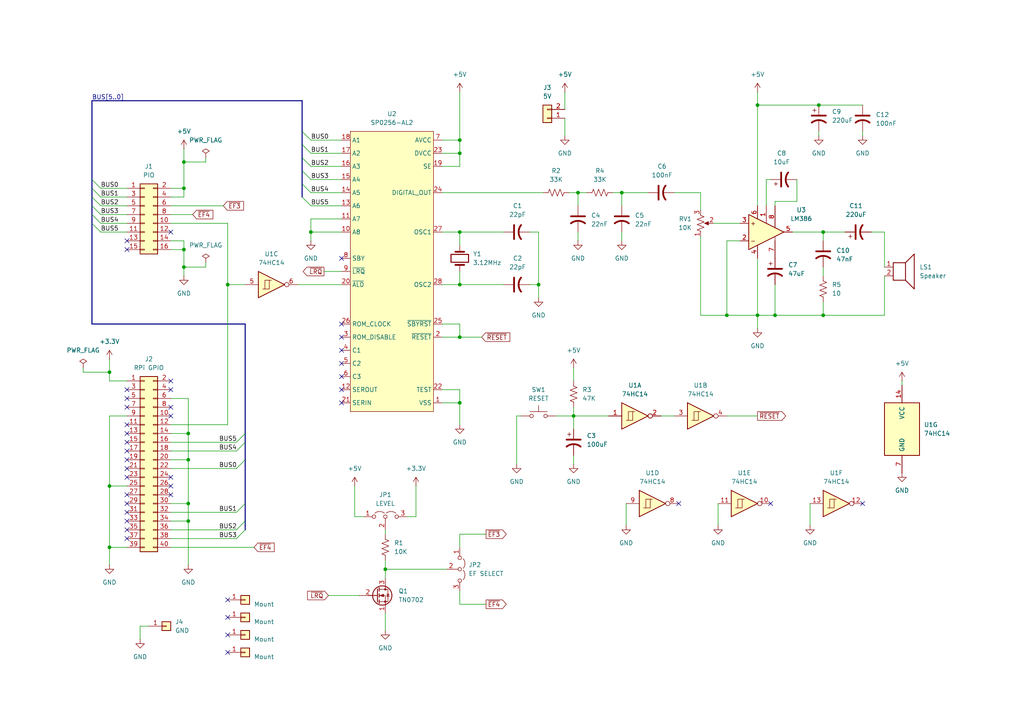
<source format=kicad_sch>
(kicad_sch (version 20250114) (generator "eeschema") (generator_version "9.0")
  (paper "A4")
  (title_block (title "Mini Talker") (date "8/2/2025") (rev "0"))
  (lib_symbols
    (symbol "+5V_1" (power) (pin_numbers (hide yes)) (pin_names (offset 0) (hide yes))
      (property "Value" "+5V" (at 0 3.556 0))
      (symbol "+5V_1_1_1"
        (pin power_in line (at 0 0 90) (length 0) (name "~") (number "1"))
      )
    )
    (symbol "74xx:74HC14" (pin_names (offset 1.016))
      (property "Reference" "U" (at 0 1.27 0))
      (property "Value" "74HC14" (at 0 -1.27 0))
      (symbol "74HC14_1_0"
        (pin input line (at -7.62 0 0) (length 3.81) (name "~") (number "1"))
        (pin output inverted (at 7.62 0 180) (length 3.81) (name "~") (number "2"))
      )
      (symbol "74HC14_2_0"
        (pin input line (at -7.62 0 0) (length 3.81) (name "~") (number "3"))
        (pin output inverted (at 7.62 0 180) (length 3.81) (name "~") (number "4"))
      )
      (symbol "74HC14_3_0"
        (pin input line (at -7.62 0 0) (length 3.81) (name "~") (number "5"))
        (pin output inverted (at 7.62 0 180) (length 3.81) (name "~") (number "6"))
      )
      (symbol "74HC14_4_0"
        (pin input line (at -7.62 0 0) (length 3.81) (name "~") (number "9"))
        (pin output inverted (at 7.62 0 180) (length 3.81) (name "~") (number "8"))
      )
      (symbol "74HC14_5_0"
        (pin input line (at -7.62 0 0) (length 3.81) (name "~") (number "11"))
        (pin output inverted (at 7.62 0 180) (length 3.81) (name "~") (number "10"))
      )
      (symbol "74HC14_6_0"
        (pin input line (at -7.62 0 0) (length 3.81) (name "~") (number "13"))
        (pin output inverted (at 7.62 0 180) (length 3.81) (name "~") (number "12"))
      )
      (symbol "74HC14_7_0"
        (pin power_in line (at 0 12.7 270) (length 5.08) (name "VCC") (number "14"))
        (pin power_in line (at 0 -12.7 90) (length 5.08) (name "GND") (number "7"))
      )
    )
    (symbol "Connector_Generic:Conn_01x01" (pin_names (offset 1.016) (hide yes))
      (property "Reference" "J" (at 0 2.54 0))
      (property "Value" "Conn_01x01" (at 0 -2.54 0))
      (symbol "Conn_01x01_1_1"
        (pin passive line (at -5.08 0 0) (length 3.81) (name "Pin_1") (number "1"))
      )
    )
    (symbol "Connector_Generic:Conn_01x02" (pin_names (offset 1.016) (hide yes))
      (property "Reference" "J" (at 0 2.54 0))
      (property "Value" "Conn_01x02" (at 0 -5.08 0))
      (symbol "Conn_01x02_1_1"
        (pin passive line (at -5.08 0 0) (length 3.81) (name "Pin_1") (number "1"))
        (pin passive line (at -5.08 -2.54 0) (length 3.81) (name "Pin_2") (number "2"))
      )
    )
    (symbol "Connector_Generic:Conn_02x08_Odd_Even" (pin_names (offset 1.016) (hide yes))
      (property "Reference" "J" (at 1.27 10.16 0))
      (property "Value" "Conn_02x08_Odd_Even" (at 1.27 -12.7 0))
      (symbol "Conn_02x08_Odd_Even_1_1"
        (pin passive line (at -5.08 7.62 0) (length 3.81) (name "Pin_1") (number "1"))
        (pin passive line (at -5.08 5.08 0) (length 3.81) (name "Pin_3") (number "3"))
        (pin passive line (at -5.08 2.54 0) (length 3.81) (name "Pin_5") (number "5"))
        (pin passive line (at -5.08 0 0) (length 3.81) (name "Pin_7") (number "7"))
        (pin passive line (at -5.08 -2.54 0) (length 3.81) (name "Pin_9") (number "9"))
        (pin passive line (at -5.08 -5.08 0) (length 3.81) (name "Pin_11") (number "11"))
        (pin passive line (at -5.08 -7.62 0) (length 3.81) (name "Pin_13") (number "13"))
        (pin passive line (at -5.08 -10.16 0) (length 3.81) (name "Pin_15") (number "15"))
        (pin passive line (at 7.62 7.62 180) (length 3.81) (name "Pin_2") (number "2"))
        (pin passive line (at 7.62 5.08 180) (length 3.81) (name "Pin_4") (number "4"))
        (pin passive line (at 7.62 2.54 180) (length 3.81) (name "Pin_6") (number "6"))
        (pin passive line (at 7.62 0 180) (length 3.81) (name "Pin_8") (number "8"))
        (pin passive line (at 7.62 -2.54 180) (length 3.81) (name "Pin_10") (number "10"))
        (pin passive line (at 7.62 -5.08 180) (length 3.81) (name "Pin_12") (number "12"))
        (pin passive line (at 7.62 -7.62 180) (length 3.81) (name "Pin_14") (number "14"))
        (pin passive line (at 7.62 -10.16 180) (length 3.81) (name "Pin_16") (number "16"))
      )
    )
    (symbol "Connector_Generic:Conn_02x20_Odd_Even" (pin_names (offset 1.016) (hide yes))
      (property "Reference" "J" (at 1.27 25.4 0))
      (property "Value" "Conn_02x20_Odd_Even" (at 1.27 -27.94 0))
      (symbol "Conn_02x20_Odd_Even_1_1"
        (pin passive line (at -5.08 22.86 0) (length 3.81) (name "Pin_1") (number "1"))
        (pin passive line (at -5.08 20.32 0) (length 3.81) (name "Pin_3") (number "3"))
        (pin passive line (at -5.08 17.78 0) (length 3.81) (name "Pin_5") (number "5"))
        (pin passive line (at -5.08 15.24 0) (length 3.81) (name "Pin_7") (number "7"))
        (pin passive line (at -5.08 12.7 0) (length 3.81) (name "Pin_9") (number "9"))
        (pin passive line (at -5.08 10.16 0) (length 3.81) (name "Pin_11") (number "11"))
        (pin passive line (at -5.08 7.62 0) (length 3.81) (name "Pin_13") (number "13"))
        (pin passive line (at -5.08 5.08 0) (length 3.81) (name "Pin_15") (number "15"))
        (pin passive line (at -5.08 2.54 0) (length 3.81) (name "Pin_17") (number "17"))
        (pin passive line (at -5.08 0 0) (length 3.81) (name "Pin_19") (number "19"))
        (pin passive line (at -5.08 -2.54 0) (length 3.81) (name "Pin_21") (number "21"))
        (pin passive line (at -5.08 -5.08 0) (length 3.81) (name "Pin_23") (number "23"))
        (pin passive line (at -5.08 -7.62 0) (length 3.81) (name "Pin_25") (number "25"))
        (pin passive line (at -5.08 -10.16 0) (length 3.81) (name "Pin_27") (number "27"))
        (pin passive line (at -5.08 -12.7 0) (length 3.81) (name "Pin_29") (number "29"))
        (pin passive line (at -5.08 -15.24 0) (length 3.81) (name "Pin_31") (number "31"))
        (pin passive line (at -5.08 -17.78 0) (length 3.81) (name "Pin_33") (number "33"))
        (pin passive line (at -5.08 -20.32 0) (length 3.81) (name "Pin_35") (number "35"))
        (pin passive line (at -5.08 -22.86 0) (length 3.81) (name "Pin_37") (number "37"))
        (pin passive line (at -5.08 -25.4 0) (length 3.81) (name "Pin_39") (number "39"))
        (pin passive line (at 7.62 22.86 180) (length 3.81) (name "Pin_2") (number "2"))
        (pin passive line (at 7.62 20.32 180) (length 3.81) (name "Pin_4") (number "4"))
        (pin passive line (at 7.62 17.78 180) (length 3.81) (name "Pin_6") (number "6"))
        (pin passive line (at 7.62 15.24 180) (length 3.81) (name "Pin_8") (number "8"))
        (pin passive line (at 7.62 12.7 180) (length 3.81) (name "Pin_10") (number "10"))
        (pin passive line (at 7.62 10.16 180) (length 3.81) (name "Pin_12") (number "12"))
        (pin passive line (at 7.62 7.62 180) (length 3.81) (name "Pin_14") (number "14"))
        (pin passive line (at 7.62 5.08 180) (length 3.81) (name "Pin_16") (number "16"))
        (pin passive line (at 7.62 2.54 180) (length 3.81) (name "Pin_18") (number "18"))
        (pin passive line (at 7.62 0 180) (length 3.81) (name "Pin_20") (number "20"))
        (pin passive line (at 7.62 -2.54 180) (length 3.81) (name "Pin_22") (number "22"))
        (pin passive line (at 7.62 -5.08 180) (length 3.81) (name "Pin_24") (number "24"))
        (pin passive line (at 7.62 -7.62 180) (length 3.81) (name "Pin_26") (number "26"))
        (pin passive line (at 7.62 -10.16 180) (length 3.81) (name "Pin_28") (number "28"))
        (pin passive line (at 7.62 -12.7 180) (length 3.81) (name "Pin_30") (number "30"))
        (pin passive line (at 7.62 -15.24 180) (length 3.81) (name "Pin_32") (number "32"))
        (pin passive line (at 7.62 -17.78 180) (length 3.81) (name "Pin_34") (number "34"))
        (pin passive line (at 7.62 -20.32 180) (length 3.81) (name "Pin_36") (number "36"))
        (pin passive line (at 7.62 -22.86 180) (length 3.81) (name "Pin_38") (number "38"))
        (pin passive line (at 7.62 -25.4 180) (length 3.81) (name "Pin_40") (number "40"))
      )
    )
    (symbol "Device:C_Polarized_US" (pin_numbers (hide yes)) (pin_names (offset 0.254) (hide yes))
      (property "Reference" "C" (at 0.635 2.54 0))
      (property "Value" "C_Polarized_US" (at 0.635 -2.54 0))
      (symbol "C_Polarized_US_1_1"
        (pin passive line (at 0 3.81 270) (length 2.794) (name "~") (number "1"))
        (pin passive line (at 0 -3.81 90) (length 3.302) (name "~") (number "2"))
      )
    )
    (symbol "Device:C_US" (pin_numbers (hide yes)) (pin_names (offset 0.254) (hide yes))
      (property "Reference" "C" (at 0.635 2.54 0))
      (property "Value" "C_US" (at 0.635 -2.54 0))
      (symbol "C_US_1_1"
        (pin passive line (at 0 3.81 270) (length 2.794) (name "~") (number "1"))
        (pin passive line (at 0 -3.81 90) (length 3.302) (name "~") (number "2"))
      )
    )
    (symbol "Device:Crystal" (pin_numbers (hide yes)) (pin_names (offset 1.016) (hide yes))
      (property "Reference" "Y" (at 0 3.81 0))
      (property "Value" "Crystal" (at 0 -3.81 0))
      (symbol "Crystal_1_1"
        (pin passive line (at -3.81 0 0) (length 1.27) (name "1") (number "1"))
        (pin passive line (at 3.81 0 180) (length 1.27) (name "2") (number "2"))
      )
    )
    (symbol "Device:R_US" (pin_numbers (hide yes)) (pin_names (offset 0))
      (property "Reference" "R" (at 2.54 0 90))
      (property "Value" "R_US" (at -2.54 0 90))
      (symbol "R_US_1_1"
        (pin passive line (at 0 3.81 270) (length 1.27) (name "~") (number "1"))
        (pin passive line (at 0 -3.81 90) (length 1.27) (name "~") (number "2"))
      )
    )
    (symbol "Device:Speaker" (pin_names (offset 0) (hide yes))
      (property "Reference" "LS" (at 1.27 5.715 0))
      (property "Value" "Speaker" (at 1.27 3.81 0))
      (symbol "Speaker_1_1"
        (pin input line (at -5.08 0 0) (length 2.54) (name "1") (number "1"))
        (pin input line (at -5.08 -2.54 0) (length 2.54) (name "2") (number "2"))
      )
    )
    (symbol "Jumper:Jumper_3_Open" (pin_names (offset 0) (hide yes)) (in_bom no)
      (property "Reference" "JP" (at -2.54 -2.54 0))
      (property "Value" "Jumper_3_Open" (at 0 2.794 0))
      (symbol "Jumper_3_Open_1_1"
        (pin passive line (at -6.35 0 0) (length 2.54) (name "A") (number "1"))
        (pin passive line (at 0 -3.81 90) (length 2.54) (name "C") (number "2"))
        (pin passive line (at 6.35 0 180) (length 2.54) (name "B") (number "3"))
      )
    )
    (symbol "Mini-Talker:LM386" (pin_names (hide yes))
      (property "Reference" "U" (at 7.62 -3.81 0))
      (property "Value" "LM386" (at 7.874 -6.35 0))
      (symbol "LM386_1_1"
        (text "+" (at -2.54 2.54 0) (effects (font (size 1.27 1.27))))
        (text "-" (at -2.54 -2.54 0) (effects (font (size 1.27 1.27))))
        (pin input line (at -6.35 2.54 0) (length 2.54) (name "+") (number "3"))
        (pin input line (at -6.35 -2.54 0) (length 2.54) (name "-") (number "2"))
        (pin power_in line (at -1.27 7.62 270) (length 3.81) (name "V+") (number "6"))
        (pin power_in line (at -1.27 -7.62 90) (length 3.81) (name "GND") (number "4"))
        (pin input line (at 1.27 7.62 270) (length 5.08) (name "GAIN") (number "1"))
        (pin input line (at 3.81 7.62 270) (length 6.35) (name "GAIN") (number "8"))
        (pin input line (at 3.81 -7.62 90) (length 5.08) (name "BYPASS") (number "7"))
        (pin output line (at 8.89 0 180) (length 2.54) (name "~") (number "5"))
      )
    )
    (symbol "Mini-Talker:R_Potentiometer_US_Reverse" (pin_names (offset 1.016) (hide yes))
      (property "Reference" "RV" (at -4.445 0 90))
      (property "Value" "R_Potentiometer_US_Reverse" (at -2.54 0 90))
      (symbol "R_Potentiometer_US_Reverse_1_1"
        (pin passive line (at 0 3.81 270) (length 1.27) (name "1") (number "3"))
        (pin passive line (at 0 -3.81 90) (length 1.27) (name "1") (number "1"))
        (pin passive line (at 3.81 0 180) (length 1.27) (name "2") (number "2"))
      )
    )
    (symbol "Mini-Talker:SP0256-AL2"
      (property "Reference" "U" (at 0 43.18 0))
      (property "Value" "SP0256-AL2" (at 0 40.386 0))
      (symbol "SP0256-AL2_1_1"
        (pin input line (at -15.24 35.56 0) (length 2.54) (name "A1") (number "18"))
        (pin input line (at -15.24 31.75 0) (length 2.54) (name "A2") (number "17"))
        (pin input line (at -15.24 27.94 0) (length 2.54) (name "A3") (number "16"))
        (pin input line (at -15.24 24.13 0) (length 2.54) (name "A4") (number "15"))
        (pin input line (at -15.24 20.32 0) (length 2.54) (name "A5") (number "14"))
        (pin input line (at -15.24 16.51 0) (length 2.54) (name "A6") (number "13"))
        (pin input line (at -15.24 12.7 0) (length 2.54) (name "A7") (number "11"))
        (pin input line (at -15.24 8.89 0) (length 2.54) (name "A8") (number "10"))
        (pin output line (at -15.24 1.27 0) (length 2.54) (name "SBY") (number "8"))
        (pin output line (at -15.24 -2.54 0) (length 2.54) (name "~{LRQ}") (number "9"))
        (pin input line (at -15.24 -6.35 0) (length 2.54) (name "~{ALD}") (number "20"))
        (pin output line (at -15.24 -17.78 0) (length 2.54) (name "ROM_CLOCK") (number "26"))
        (pin output line (at -15.24 -21.59 0) (length 2.54) (name "ROM_DISABLE") (number "3"))
        (pin output line (at -15.24 -25.4 0) (length 2.54) (name "C1") (number "4"))
        (pin output line (at -15.24 -29.21 0) (length 2.54) (name "C2") (number "5"))
        (pin output line (at -15.24 -33.02 0) (length 2.54) (name "C3") (number "6"))
        (pin output line (at -15.24 -36.83 0) (length 2.54) (name "SEROUT") (number "12"))
        (pin input line (at -15.24 -40.64 0) (length 2.54) (name "SERIN") (number "21"))
        (pin power_in line (at 13.97 35.56 180) (length 2.54) (name "AVCC") (number "7"))
        (pin power_in line (at 13.97 31.75 180) (length 2.54) (name "DVCC") (number "23"))
        (pin input line (at 13.97 27.94 180) (length 2.54) (name "SE") (number "19"))
        (pin output line (at 13.97 20.32 180) (length 2.54) (name "DIGITAL_OUT") (number "24"))
        (pin input line (at 13.97 8.89 180) (length 2.54) (name "OSC1") (number "27"))
        (pin output line (at 13.97 -6.35 180) (length 2.54) (name "OSC2") (number "28"))
        (pin input line (at 13.97 -17.78 180) (length 2.54) (name "~{SBYRST}") (number "25"))
        (pin input line (at 13.97 -21.59 180) (length 2.54) (name "~{RESET}") (number "2"))
        (pin input line (at 13.97 -36.83 180) (length 2.54) (name "TEST") (number "22"))
        (pin input line (at 13.97 -40.64 180) (length 2.54) (name "VSS") (number "1"))
      )
    )
    (symbol "PWR_FLAG_1" (power) (pin_numbers (hide yes)) (pin_names (offset 0) (hide yes))
      (property "Value" "PWR_FLAG" (at 0 3.81 0))
      (symbol "PWR_FLAG_1_0_0"
        (pin power_out line (at 0 0 90) (length 0) (name "~") (number "1"))
      )
    )
    (symbol "PWR_FLAG_2" (power) (pin_numbers (hide yes)) (pin_names (offset 0) (hide yes))
      (property "Value" "PWR_FLAG" (at 0 3.81 0))
      (symbol "PWR_FLAG_2_0_0"
        (pin power_out line (at 0 0 90) (length 0) (name "~") (number "1"))
      )
    )
    (symbol "Switch:SW_Push" (pin_numbers (hide yes)) (pin_names (offset 1.016) (hide yes))
      (property "Reference" "SW" (at 1.27 2.54 0))
      (property "Value" "SW_Push" (at 0 -1.524 0))
      (symbol "SW_Push_0_1"
        (pin passive line (at -5.08 0 0) (length 2.54) (name "1") (number "1"))
        (pin passive line (at 5.08 0 180) (length 2.54) (name "2") (number "2"))
      )
    )
    (symbol "Transistor_FET:Q_NMOS_SGD" (pin_names (offset 0) (hide yes))
      (property "Reference" "Q" (at 5.08 1.905 0))
      (property "Value" "Q_NMOS_SGD" (at 5.08 0 0))
      (symbol "Q_NMOS_SGD_1_1"
        (pin input line (at -5.08 0 0) (length 5.08) (name "G") (number "2"))
        (pin passive line (at 2.54 5.08 270) (length 2.54) (name "D") (number "3"))
        (pin passive line (at 2.54 -5.08 90) (length 2.54) (name "S") (number "1"))
      )
    )
    (symbol "power:+3.3V" (power) (pin_numbers (hide yes)) (pin_names (offset 0) (hide yes))
      (property "Value" "+3.3V" (at 0 3.556 0))
      (symbol "+3.3V_1_1"
        (pin power_in line (at 0 0 90) (length 0) (name "~") (number "1"))
      )
    )
    (symbol "power:+5V" (power) (pin_numbers (hide yes)) (pin_names (offset 0) (hide yes))
      (property "Value" "+5V" (at 0 3.556 0))
      (symbol "+5V_1_1"
        (pin power_in line (at 0 0 90) (length 0) (name "~") (number "1"))
      )
    )
    (symbol "power:GND" (power) (pin_numbers (hide yes)) (pin_names (offset 0) (hide yes))
      (property "Value" "GND" (at 0 -3.81 0))
      (symbol "GND_1_1"
        (pin power_in line (at 0 0 270) (length 0) (name "~") (number "1"))
      )
    )
  )
  (junction (at 53.34 46.99))
  (junction (at 167.64 55.88))
  (junction (at 54.61 146.05))
  (junction (at 53.34 72.39))
  (junction (at 90.17 67.31))
  (junction (at 238.76 67.31))
  (junction (at 133.35 40.64))
  (junction (at 53.34 77.47))
  (junction (at 31.75 107.95))
  (junction (at 219.71 91.44))
  (junction (at 133.35 82.55))
  (junction (at 166.37 120.65))
  (junction (at 180.34 55.88))
  (junction (at 66.04 82.55))
  (junction (at 54.61 151.13))
  (junction (at 54.61 133.35))
  (junction (at 31.75 140.97))
  (junction (at 133.35 97.79))
  (junction (at 238.76 91.44))
  (junction (at 133.35 116.84))
  (junction (at 219.71 30.48))
  (junction (at 237.49 30.48))
  (junction (at 111.76 165.1))
  (junction (at 53.34 54.61))
  (junction (at 224.79 91.44))
  (junction (at 133.35 67.31))
  (junction (at 54.61 125.73))
  (junction (at 156.21 82.55))
  (junction (at 210.82 91.44))
  (junction (at 133.35 44.45))
  (junction (at 31.75 158.75))
  (no_connect (at 36.83 151.13))
  (no_connect (at 36.83 146.05))
  (no_connect (at 196.85 146.05))
  (no_connect (at 99.06 116.84))
  (no_connect (at 36.83 138.43))
  (no_connect (at 36.83 72.39))
  (no_connect (at 223.52 146.05))
  (no_connect (at 36.83 69.85))
  (no_connect (at 36.83 153.67))
  (no_connect (at 36.83 156.21))
  (no_connect (at 66.04 179.07))
  (no_connect (at 99.06 93.98))
  (no_connect (at 49.53 120.65))
  (no_connect (at 49.53 110.49))
  (no_connect (at 36.83 115.57))
  (no_connect (at 66.04 184.15))
  (no_connect (at 66.04 189.23))
  (no_connect (at 99.06 97.79))
  (no_connect (at 99.06 101.6))
  (no_connect (at 36.83 128.27))
  (no_connect (at 36.83 135.89))
  (no_connect (at 36.83 133.35))
  (no_connect (at 36.83 125.73))
  (no_connect (at 49.53 67.31))
  (no_connect (at 49.53 118.11))
  (no_connect (at 49.53 138.43))
  (no_connect (at 66.04 173.99))
  (no_connect (at 49.53 143.51))
  (no_connect (at 99.06 105.41))
  (no_connect (at 250.19 146.05))
  (no_connect (at 49.53 113.03))
  (no_connect (at 36.83 123.19))
  (no_connect (at 36.83 113.03))
  (no_connect (at 36.83 148.59))
  (no_connect (at 36.83 118.11))
  (no_connect (at 99.06 113.03))
  (no_connect (at 49.53 140.97))
  (no_connect (at 99.06 109.22))
  (no_connect (at 36.83 143.51))
  (no_connect (at 36.83 130.81))
  (no_connect (at 99.06 74.93))
  (bus_entry (at 87.63 38.1) (size 2.54 2.54))
  (bus_entry (at 87.63 57.15) (size 2.54 2.54))
  (bus_entry (at 26.67 54.61) (size 2.54 2.54))
  (bus_entry (at 26.67 62.23) (size 2.54 2.54))
  (bus_entry (at 87.63 53.34) (size 2.54 2.54))
  (bus_entry (at 71.12 125.73) (size -2.54 2.54))
  (bus_entry (at 87.63 41.91) (size 2.54 2.54))
  (bus_entry (at 71.12 128.27) (size -2.54 2.54))
  (bus_entry (at 71.12 133.35) (size -2.54 2.54))
  (bus_entry (at 71.12 151.13) (size -2.54 2.54))
  (bus_entry (at 26.67 64.77) (size 2.54 2.54))
  (bus_entry (at 26.67 52.07) (size 2.54 2.54))
  (bus_entry (at 26.67 59.69) (size 2.54 2.54))
  (bus_entry (at 87.63 49.53) (size 2.54 2.54))
  (bus_entry (at 87.63 45.72) (size 2.54 2.54))
  (bus_entry (at 71.12 153.67) (size -2.54 2.54))
  (bus_entry (at 26.67 57.15) (size 2.54 2.54))
  (bus_entry (at 71.12 146.05) (size -2.54 2.54))
  (wire (pts (xy 177.8 55.88) (xy 180.34 55.88)))
  (wire (pts (xy 222.25 52.07) (xy 222.25 59.69)))
  (wire (pts (xy 250.19 38.1) (xy 250.19 39.37)))
  (wire (pts (xy 180.34 55.88) (xy 187.96 55.88)))
  (bus (pts (xy 26.67 59.69) (xy 26.67 62.23)))
  (wire (pts (xy 238.76 87.63) (xy 238.76 91.44)))
  (wire (pts (xy 133.35 116.84) (xy 133.35 123.19)))
  (wire (pts (xy 167.64 55.88) (xy 167.64 59.69)))
  (wire (pts (xy 49.53 69.85) (xy 53.34 69.85)))
  (wire (pts (xy 133.35 40.64) (xy 133.35 26.67)))
  (wire (pts (xy 54.61 146.05) (xy 54.61 151.13)))
  (wire (pts (xy 29.21 54.61) (xy 36.83 54.61)))
  (wire (pts (xy 66.04 123.19) (xy 66.04 82.55)))
  (wire (pts (xy 49.53 54.61) (xy 53.34 54.61)))
  (wire (pts (xy 163.83 31.75) (xy 163.83 26.67)))
  (wire (pts (xy 95.25 172.72) (xy 104.14 172.72)))
  (wire (pts (xy 133.35 67.31) (xy 146.05 67.31)))
  (wire (pts (xy 128.27 55.88) (xy 157.48 55.88)))
  (wire (pts (xy 203.2 91.44) (xy 210.82 91.44)))
  (wire (pts (xy 49.53 148.59) (xy 68.58 148.59)))
  (wire (pts (xy 128.27 93.98) (xy 133.35 93.98)))
  (wire (pts (xy 102.87 140.97) (xy 102.87 149.86)))
  (wire (pts (xy 111.76 153.67) (xy 111.76 154.94)))
  (wire (pts (xy 31.75 104.14) (xy 31.75 107.95)))
  (wire (pts (xy 54.61 125.73) (xy 54.61 133.35)))
  (wire (pts (xy 90.17 59.69) (xy 99.06 59.69)))
  (wire (pts (xy 49.53 62.23) (xy 55.88 62.23)))
  (wire (pts (xy 133.35 82.55) (xy 146.05 82.55)))
  (wire (pts (xy 261.62 110.49) (xy 261.62 111.76)))
  (wire (pts (xy 31.75 107.95) (xy 31.75 110.49)))
  (bus (pts (xy 26.67 64.77) (xy 26.67 93.98)))
  (bus (pts (xy 26.67 29.21) (xy 87.63 29.21)))
  (wire (pts (xy 90.17 63.5) (xy 99.06 63.5)))
  (wire (pts (xy 224.79 91.44) (xy 219.71 91.44)))
  (wire (pts (xy 111.76 165.1) (xy 111.76 167.64)))
  (wire (pts (xy 53.34 57.15) (xy 53.34 54.61)))
  (wire (pts (xy 207.01 64.77) (xy 214.63 64.77)))
  (wire (pts (xy 54.61 151.13) (xy 54.61 163.83)))
  (wire (pts (xy 111.76 177.8) (xy 111.76 182.88)))
  (wire (pts (xy 149.86 120.65) (xy 149.86 134.62)))
  (wire (pts (xy 166.37 120.65) (xy 176.53 120.65)))
  (bus (pts (xy 26.67 93.98) (xy 71.12 93.98)))
  (wire (pts (xy 128.27 48.26) (xy 133.35 48.26)))
  (wire (pts (xy 53.34 46.99) (xy 59.69 46.99)))
  (wire (pts (xy 49.53 59.69) (xy 64.77 59.69)))
  (bus (pts (xy 87.63 49.53) (xy 87.63 53.34)))
  (wire (pts (xy 120.65 140.97) (xy 120.65 149.86)))
  (wire (pts (xy 36.83 110.49) (xy 31.75 110.49)))
  (wire (pts (xy 231.14 52.07) (xy 231.14 58.42)))
  (wire (pts (xy 90.17 44.45) (xy 99.06 44.45)))
  (wire (pts (xy 54.61 115.57) (xy 54.61 125.73)))
  (wire (pts (xy 66.04 64.77) (xy 66.04 82.55)))
  (wire (pts (xy 256.54 77.47) (xy 256.54 67.31)))
  (wire (pts (xy 208.28 146.05) (xy 208.28 152.4)))
  (wire (pts (xy 93.98 78.74) (xy 99.06 78.74)))
  (wire (pts (xy 166.37 118.11) (xy 166.37 120.65)))
  (wire (pts (xy 90.17 69.85) (xy 90.17 67.31)))
  (wire (pts (xy 59.69 45.72) (xy 59.69 46.99)))
  (wire (pts (xy 40.64 185.42) (xy 40.64 181.61)))
  (wire (pts (xy 224.79 59.69) (xy 224.79 58.42)))
  (wire (pts (xy 49.53 123.19) (xy 66.04 123.19)))
  (wire (pts (xy 59.69 77.47) (xy 53.34 77.47)))
  (wire (pts (xy 203.2 68.58) (xy 203.2 91.44)))
  (wire (pts (xy 133.35 154.94) (xy 140.97 154.94)))
  (wire (pts (xy 161.29 120.65) (xy 166.37 120.65)))
  (wire (pts (xy 166.37 106.68) (xy 166.37 110.49)))
  (wire (pts (xy 133.35 93.98) (xy 133.35 97.79)))
  (wire (pts (xy 49.53 153.67) (xy 68.58 153.67)))
  (wire (pts (xy 166.37 120.65) (xy 166.37 124.46)))
  (wire (pts (xy 49.53 146.05) (xy 54.61 146.05)))
  (wire (pts (xy 29.21 64.77) (xy 36.83 64.77)))
  (wire (pts (xy 90.17 67.31) (xy 90.17 63.5)))
  (bus (pts (xy 26.67 52.07) (xy 26.67 54.61)))
  (wire (pts (xy 86.36 82.55) (xy 99.06 82.55)))
  (wire (pts (xy 214.63 69.85) (xy 210.82 69.85)))
  (wire (pts (xy 90.17 40.64) (xy 99.06 40.64)))
  (wire (pts (xy 165.1 55.88) (xy 167.64 55.88)))
  (bus (pts (xy 87.63 38.1) (xy 87.63 41.91)))
  (bus (pts (xy 26.67 62.23) (xy 26.67 64.77)))
  (wire (pts (xy 49.53 133.35) (xy 54.61 133.35)))
  (wire (pts (xy 149.86 120.65) (xy 151.13 120.65)))
  (bus (pts (xy 26.67 29.21) (xy 26.67 52.07)))
  (bus (pts (xy 87.63 45.72) (xy 87.63 49.53)))
  (wire (pts (xy 219.71 30.48) (xy 237.49 30.48)))
  (wire (pts (xy 133.35 171.45) (xy 133.35 175.26)))
  (bus (pts (xy 87.63 53.34) (xy 87.63 57.15)))
  (wire (pts (xy 31.75 158.75) (xy 36.83 158.75)))
  (wire (pts (xy 133.35 113.03) (xy 133.35 116.84)))
  (wire (pts (xy 166.37 132.08) (xy 166.37 134.62)))
  (wire (pts (xy 29.21 62.23) (xy 36.83 62.23)))
  (wire (pts (xy 29.21 67.31) (xy 36.83 67.31)))
  (wire (pts (xy 133.35 48.26) (xy 133.35 44.45)))
  (wire (pts (xy 128.27 40.64) (xy 133.35 40.64)))
  (wire (pts (xy 219.71 59.69) (xy 219.71 30.48)))
  (wire (pts (xy 90.17 52.07) (xy 99.06 52.07)))
  (wire (pts (xy 181.61 146.05) (xy 181.61 152.4)))
  (wire (pts (xy 49.53 158.75) (xy 73.66 158.75)))
  (wire (pts (xy 128.27 116.84) (xy 133.35 116.84)))
  (wire (pts (xy 29.21 59.69) (xy 36.83 59.69)))
  (wire (pts (xy 133.35 97.79) (xy 139.7 97.79)))
  (wire (pts (xy 238.76 77.47) (xy 238.76 80.01)))
  (wire (pts (xy 133.35 78.74) (xy 133.35 82.55)))
  (wire (pts (xy 66.04 82.55) (xy 71.12 82.55)))
  (wire (pts (xy 54.61 133.35) (xy 54.61 146.05)))
  (wire (pts (xy 49.53 128.27) (xy 68.58 128.27)))
  (wire (pts (xy 153.67 82.55) (xy 156.21 82.55)))
  (wire (pts (xy 49.53 57.15) (xy 53.34 57.15)))
  (wire (pts (xy 238.76 67.31) (xy 245.11 67.31)))
  (wire (pts (xy 210.82 91.44) (xy 219.71 91.44)))
  (wire (pts (xy 167.64 67.31) (xy 167.64 69.85)))
  (wire (pts (xy 238.76 67.31) (xy 238.76 69.85)))
  (wire (pts (xy 128.27 67.31) (xy 133.35 67.31)))
  (bus (pts (xy 26.67 57.15) (xy 26.67 59.69)))
  (wire (pts (xy 224.79 58.42) (xy 231.14 58.42)))
  (wire (pts (xy 90.17 55.88) (xy 99.06 55.88)))
  (wire (pts (xy 128.27 113.03) (xy 133.35 113.03)))
  (wire (pts (xy 256.54 91.44) (xy 238.76 91.44)))
  (wire (pts (xy 133.35 175.26) (xy 140.97 175.26)))
  (wire (pts (xy 111.76 162.56) (xy 111.76 165.1)))
  (wire (pts (xy 120.65 149.86) (xy 118.11 149.86)))
  (wire (pts (xy 24.13 106.68) (xy 24.13 107.95)))
  (wire (pts (xy 238.76 91.44) (xy 224.79 91.44)))
  (wire (pts (xy 49.53 130.81) (xy 68.58 130.81)))
  (wire (pts (xy 229.87 67.31) (xy 238.76 67.31)))
  (bus (pts (xy 71.12 151.13) (xy 71.12 153.67)))
  (wire (pts (xy 210.82 120.65) (xy 219.71 120.65)))
  (wire (pts (xy 40.64 181.61) (xy 43.18 181.61)))
  (wire (pts (xy 36.83 120.65) (xy 31.75 120.65)))
  (wire (pts (xy 163.83 39.37) (xy 163.83 34.29)))
  (wire (pts (xy 90.17 67.31) (xy 99.06 67.31)))
  (wire (pts (xy 111.76 165.1) (xy 129.54 165.1)))
  (wire (pts (xy 49.53 156.21) (xy 68.58 156.21)))
  (wire (pts (xy 49.53 125.73) (xy 54.61 125.73)))
  (wire (pts (xy 49.53 72.39) (xy 53.34 72.39)))
  (wire (pts (xy 90.17 48.26) (xy 99.06 48.26)))
  (wire (pts (xy 156.21 67.31) (xy 156.21 82.55)))
  (wire (pts (xy 219.71 74.93) (xy 219.71 91.44)))
  (wire (pts (xy 36.83 140.97) (xy 31.75 140.97)))
  (wire (pts (xy 53.34 69.85) (xy 53.34 72.39)))
  (wire (pts (xy 133.35 158.75) (xy 133.35 154.94)))
  (wire (pts (xy 128.27 44.45) (xy 133.35 44.45)))
  (wire (pts (xy 59.69 76.2) (xy 59.69 77.47)))
  (wire (pts (xy 24.13 107.95) (xy 31.75 107.95)))
  (wire (pts (xy 219.71 91.44) (xy 219.71 95.25)))
  (wire (pts (xy 237.49 30.48) (xy 250.19 30.48)))
  (wire (pts (xy 224.79 82.55) (xy 224.79 91.44)))
  (wire (pts (xy 53.34 54.61) (xy 53.34 46.99)))
  (wire (pts (xy 128.27 97.79) (xy 133.35 97.79)))
  (wire (pts (xy 256.54 80.01) (xy 256.54 91.44)))
  (wire (pts (xy 133.35 44.45) (xy 133.35 40.64)))
  (wire (pts (xy 237.49 38.1) (xy 237.49 39.37)))
  (wire (pts (xy 234.95 146.05) (xy 234.95 152.4)))
  (wire (pts (xy 210.82 69.85) (xy 210.82 91.44)))
  (bus (pts (xy 71.12 146.05) (xy 71.12 151.13)))
  (bus (pts (xy 87.63 29.21) (xy 87.63 38.1)))
  (wire (pts (xy 133.35 67.31) (xy 133.35 71.12)))
  (wire (pts (xy 191.77 120.65) (xy 195.58 120.65)))
  (wire (pts (xy 195.58 55.88) (xy 203.2 55.88)))
  (wire (pts (xy 49.53 135.89) (xy 68.58 135.89)))
  (bus (pts (xy 71.12 93.98) (xy 71.12 125.73)))
  (wire (pts (xy 53.34 77.47) (xy 53.34 80.01)))
  (wire (pts (xy 31.75 163.83) (xy 31.75 158.75)))
  (wire (pts (xy 203.2 55.88) (xy 203.2 60.96)))
  (bus (pts (xy 71.12 133.35) (xy 71.12 146.05)))
  (bus (pts (xy 71.12 128.27) (xy 71.12 133.35)))
  (wire (pts (xy 167.64 55.88) (xy 170.18 55.88)))
  (wire (pts (xy 102.87 149.86) (xy 105.41 149.86)))
  (wire (pts (xy 156.21 82.55) (xy 156.21 86.36)))
  (bus (pts (xy 71.12 125.73) (xy 71.12 128.27)))
  (wire (pts (xy 223.52 52.07) (xy 222.25 52.07)))
  (bus (pts (xy 26.67 54.61) (xy 26.67 57.15)))
  (wire (pts (xy 180.34 55.88) (xy 180.34 59.69)))
  (wire (pts (xy 49.53 151.13) (xy 54.61 151.13)))
  (wire (pts (xy 128.27 82.55) (xy 133.35 82.55)))
  (wire (pts (xy 53.34 72.39) (xy 53.34 77.47)))
  (wire (pts (xy 29.21 57.15) (xy 36.83 57.15)))
  (wire (pts (xy 31.75 140.97) (xy 31.75 158.75)))
  (wire (pts (xy 53.34 46.99) (xy 53.34 43.18)))
  (wire (pts (xy 256.54 67.31) (xy 252.73 67.31)))
  (wire (pts (xy 49.53 64.77) (xy 66.04 64.77)))
  (wire (pts (xy 49.53 115.57) (xy 54.61 115.57)))
  (bus (pts (xy 87.63 41.91) (xy 87.63 45.72)))
  (wire (pts (xy 153.67 67.31) (xy 156.21 67.31)))
  (wire (pts (xy 219.71 26.67) (xy 219.71 30.48)))
  (wire (pts (xy 180.34 67.31) (xy 180.34 69.85)))
  (wire (pts (xy 31.75 120.65) (xy 31.75 140.97)))
  (label "BUS4" (at 90.17 55.88 0))
  (label "BUS0" (at 29.21 54.61 0))
  (label "BUS2" (at 63.5 153.67 0))
  (label "BUS1" (at 90.17 44.45 0))
  (label "BUS5" (at 29.21 67.31 0))
  (label "BUS3" (at 90.17 52.07 0))
  (label "BUS4" (at 63.5 130.81 0))
  (label "BUS1" (at 63.5 148.59 0))
  (label "BUS3" (at 63.5 156.21 0))
  (label "BUS2" (at 90.17 48.26 0))
  (label "BUS4" (at 29.21 64.77 0))
  (label "BUS1" (at 29.21 57.15 0))
  (label "BUS[5..0]" (at 26.67 29.21 0))
  (label "BUS3" (at 29.21 62.23 0))
  (label "BUS0" (at 63.5 135.89 0))
  (label "BUS2" (at 29.21 59.69 0))
  (label "BUS5" (at 63.5 128.27 0))
  (label "BUS0" (at 90.17 40.64 0))
  (label "BUS5" (at 90.17 59.69 0))
  (global_label "~{LRQ}" (shape input) (at 95.25 172.72 180) (property "Intersheetrefs" "${INTERSHEET_REFS}" (effects (hide yes))))
  (global_label "~{RESET}" (shape input) (at 139.7 97.79 0) (property "Intersheetrefs" "${INTERSHEET_REFS}" (effects (hide yes))))
  (global_label "~{LRQ}" (shape output) (at 93.98 78.74 180) (property "Intersheetrefs" "${INTERSHEET_REFS}" (effects (hide yes))))
  (global_label "~{EF3}" (shape input) (at 64.77 59.69 0) (property "Intersheetrefs" "${INTERSHEET_REFS}" (effects (hide yes))))
  (global_label "~{EF3}" (shape output) (at 140.97 154.94 0) (property "Intersheetrefs" "${INTERSHEET_REFS}" (effects (hide yes))))
  (global_label "~{EF4}" (shape input) (at 73.66 158.75 0) (property "Intersheetrefs" "${INTERSHEET_REFS}" (effects (hide yes))))
  (global_label "~{RESET}" (shape output) (at 219.71 120.65 0) (property "Intersheetrefs" "${INTERSHEET_REFS}" (effects (hide yes))))
  (global_label "~{EF4}" (shape output) (at 140.97 175.26 0) (property "Intersheetrefs" "${INTERSHEET_REFS}" (effects (hide yes))))
  (global_label "~{EF4}" (shape input) (at 55.88 62.23 0) (property "Intersheetrefs" "${INTERSHEET_REFS}" (effects (hide yes))))
  (symbol (lib_id "74xx:74HC14") (at 261.62 124.46 0) (unit 7)
    (property "Reference" "U1" (at 267.97 123.1899 0) (effects (justify left)))
    (property "Value" "74HC14" (at 267.97 125.7299 0) (effects (justify left)))
    (property "Footprint" "Package_DIP:DIP-14_W7.62mm_Socket" (effects (hide yes)))
    (property "Datasheet" "http://www.ti.com/lit/gpn/sn74HC14" (effects (hide yes)))
    (property "Description" "Hex inverter schmitt trigger" (effects (hide yes)))
  )
  (symbol (lib_id "Device:R_US") (at 173.99 55.88 90) (unit 1)
    (property "Reference" "R4" (at 173.99 49.53 90))
    (property "Value" "33K" (at 173.99 52.07 90))
    (property "Footprint" "Resistor_THT:R_Axial_DIN0207_L6.3mm_D2.5mm_P10.16mm_Horizontal" (effects (hide yes)))
    (property "Description" "Resistor, US symbol" (effects (hide yes)))
  )
  (symbol (lib_id "Connector_Generic:Conn_02x20_Odd_Even") (at 41.91 133.35 0) (unit 1)
    (property "Reference" "J2" (at 43.18 104.14 0))
    (property "Value" "RPi GPIO" (at 43.18 106.68 0))
    (property "Footprint" "Connector_PinHeader_2.54mm:PinHeader_2x20_P2.54mm_Vertical" (effects (hide yes)))
    (property "Description" "Generic connector, double row, 02x20, odd/even pin numbering scheme (row 1 odd numbers, row 2 even numbers), script generated (kicad-library-utils/schlib/autogen/connector/)" (effects (hide yes)))
  )
  (symbol (lib_id "power:GND") (at 180.34 69.85 0) (unit 1)
    (property "Reference" "#PWR018" (effects (hide yes)))
    (property "Value" "GND" (at 180.34 74.93 0))
    (property "Description" "Power symbol creates a global label with name \"GND\" , ground" (effects (hide yes)))
  )
  (symbol (lib_id "power:GND") (at 163.83 39.37 0) (unit 1)
    (property "Reference" "#PWR029" (effects (hide yes)))
    (property "Value" "GND" (at 163.83 44.45 0))
    (property "Description" "Power symbol creates a global label with name \"GND\" , ground" (effects (hide yes)))
  )
  (symbol (lib_id "power:+5V") (at 102.87 140.97 0) (unit 1)
    (property "Reference" "#PWR08" (effects (hide yes)))
    (property "Value" "+5V" (at 102.87 135.89 0))
    (property "Description" "Power symbol creates a global label with name \"+5V\"" (effects (hide yes)))
  )
  (symbol (lib_id "Device:R_US") (at 161.29 55.88 270) (unit 1)
    (property "Reference" "R2" (at 161.29 49.53 90))
    (property "Value" "33K" (at 161.29 52.07 90))
    (property "Footprint" "Resistor_THT:R_Axial_DIN0207_L6.3mm_D2.5mm_P10.16mm_Horizontal" (effects (hide yes)))
    (property "Description" "Resistor, US symbol" (effects (hide yes)))
  )
  (symbol (lib_id "74xx:74HC14") (at 215.9 146.05 0) (unit 5)
    (property "Reference" "U1" (at 215.9 137.16 0))
    (property "Value" "74HC14" (at 215.9 139.7 0))
    (property "Footprint" "Package_DIP:DIP-14_W7.62mm_Socket" (effects (hide yes)))
    (property "Datasheet" "http://www.ti.com/lit/gpn/sn74HC14" (effects (hide yes)))
    (property "Description" "Hex inverter schmitt trigger" (effects (hide yes)))
  )
  (symbol (lib_id "Mini-Talker:R_Potentiometer_US_Reverse") (at 203.2 64.77 0) (unit 1)
    (property "Reference" "RV1" (at 200.66 63.4999 0) (effects (justify right)))
    (property "Value" "10K" (at 200.66 66.0399 0) (effects (justify right)))
    (property "Footprint" "Mini-Talker:P160KN0QC20A10K" (effects (hide yes)))
    (property "Description" "Potentiometer, US symbol" (effects (hide yes)))
  )
  (symbol (lib_id "power:+5V") (at 133.35 26.67 0) (unit 1)
    (property "Reference" "#PWR011" (effects (hide yes)))
    (property "Value" "+5V" (at 133.35 21.59 0))
    (property "Description" "Power symbol creates a global label with name \"+5V\"" (effects (hide yes)))
  )
  (symbol (lib_id "Device:C_US") (at 167.64 63.5 0) (unit 1)
    (property "Reference" "C4" (at 171.45 62.4839 0) (effects (justify left)))
    (property "Value" "22nF" (at 171.45 65.0239 0) (effects (justify left)))
    (property "Footprint" "Capacitor_THT:C_Disc_D5.0mm_W2.5mm_P5.00mm" (effects (hide yes)))
    (property "Description" "capacitor, US symbol" (effects (hide yes)))
  )
  (symbol (lib_id "Device:C_Polarized_US") (at 248.92 67.31 90) (unit 1)
    (property "Reference" "C11" (at 248.285 59.69 90))
    (property "Value" "220uF" (at 248.285 62.23 90))
    (property "Footprint" "Capacitor_THT:CP_Radial_D6.3mm_P2.50mm" (effects (hide yes)))
    (property "Description" "Polarized capacitor, US symbol" (effects (hide yes)))
  )
  (symbol (lib_name "PWR_FLAG_2") (lib_id "power:PWR_FLAG") (at 59.69 76.2 0) (unit 1)
    (property "Reference" "#FLG03" (effects (hide yes)))
    (property "Value" "PWR_FLAG" (at 59.69 71.12 0))
    (property "Description" "Special symbol for telling ERC where power comes from" (effects (hide yes)))
  )
  (symbol (lib_id "power:GND") (at 133.35 123.19 0) (unit 1)
    (property "Reference" "#PWR012" (effects (hide yes)))
    (property "Value" "GND" (at 133.35 128.27 0))
    (property "Description" "Power symbol creates a global label with name \"GND\" , ground" (effects (hide yes)))
  )
  (symbol (lib_id "Device:C_US") (at 180.34 63.5 0) (unit 1)
    (property "Reference" "C5" (at 184.15 62.4839 0) (effects (justify left)))
    (property "Value" "22nF" (at 184.15 65.0239 0) (effects (justify left)))
    (property "Footprint" "Capacitor_THT:C_Disc_D5.0mm_W2.5mm_P5.00mm" (effects (hide yes)))
    (property "Description" "capacitor, US symbol" (effects (hide yes)))
  )
  (symbol (lib_id "Mini-Talker:SP0256-AL2") (at 114.3 76.2 0) (unit 1)
    (property "Reference" "U2" (at 113.665 33.02 0))
    (property "Value" "SP0256-AL2" (at 113.665 35.56 0))
    (property "Footprint" "Package_DIP:DIP-28_W15.24mm_Socket" (effects (hide yes)))
  )
  (symbol (lib_id "74xx:74HC14") (at 78.74 82.55 0) (unit 3)
    (property "Reference" "U1" (at 78.74 73.66 0))
    (property "Value" "74HC14" (at 78.74 76.2 0))
    (property "Footprint" "Package_DIP:DIP-14_W7.62mm_Socket" (effects (hide yes)))
    (property "Datasheet" "http://www.ti.com/lit/gpn/sn74HC14" (effects (hide yes)))
    (property "Description" "Hex inverter schmitt trigger" (effects (hide yes)))
  )
  (symbol (lib_id "Device:C_US") (at 191.77 55.88 90) (unit 1)
    (property "Reference" "C6" (at 192.024 48.26 90))
    (property "Value" "100nF" (at 192.024 50.8 90))
    (property "Footprint" "Capacitor_THT:C_Disc_D5.0mm_W2.5mm_P5.00mm" (effects (hide yes)))
    (property "Description" "capacitor, US symbol" (effects (hide yes)))
  )
  (symbol (lib_id "Jumper:Jumper_3_Open") (at 111.76 149.86 0) (unit 1) (in_bom no)
    (property "Reference" "JP1" (at 111.76 143.51 0))
    (property "Value" "LEVEL" (at 111.76 146.05 0))
    (property "Footprint" "Connector_PinHeader_2.54mm:PinHeader_1x03_P2.54mm_Vertical" (effects (hide yes)))
    (property "Description" "Jumper, 3-pole, both open" (effects (hide yes)))
  )
  (symbol (lib_id "Device:C_Polarized_US") (at 224.79 78.74 0) (unit 1)
    (property "Reference" "C7" (at 228.6 76.8349 0) (effects (justify left)))
    (property "Value" "47uF" (at 228.6 79.3749 0) (effects (justify left)))
    (property "Footprint" "Capacitor_THT:CP_Radial_D5.0mm_P2.00mm" (effects (hide yes)))
    (property "Description" "Polarized capacitor, US symbol" (effects (hide yes)))
  )
  (symbol (lib_id "Device:C_Polarized_US") (at 227.33 52.07 90) (unit 1)
    (property "Reference" "C8" (at 226.695 44.45 90))
    (property "Value" "10uF" (at 226.695 46.99 90))
    (property "Footprint" "Capacitor_THT:CP_Radial_D4.0mm_P1.50mm" (effects (hide yes)))
    (property "Description" "Polarized capacitor, US symbol" (effects (hide yes)))
  )
  (symbol (lib_id "Device:Crystal") (at 133.35 74.93 270) (unit 1)
    (property "Reference" "Y1" (at 137.16 73.6599 90) (effects (justify left)))
    (property "Value" "3.12MHz" (at 137.16 76.1999 90) (effects (justify left)))
    (property "Footprint" "Crystal:Crystal_HC49-U_Horizontal" (effects (hide yes)))
    (property "Description" "Two pin crystal" (effects (hide yes)))
  )
  (symbol (lib_id "power:GND") (at 111.76 182.88 0) (unit 1)
    (property "Reference" "#PWR09" (effects (hide yes)))
    (property "Value" "GND" (at 111.76 187.96 0))
    (property "Description" "Power symbol creates a global label with name \"GND\" , ground" (effects (hide yes)))
  )
  (symbol (lib_id "Connector_Generic:Conn_01x01") (at 48.26 181.61 0) (unit 1)
    (property "Reference" "J4" (at 50.8 180.3399 0) (effects (justify left)))
    (property "Value" "GND" (at 50.8 182.8799 0) (effects (justify left)))
    (property "Footprint" "Connector_Wire:SolderWire-0.75sqmm_1x01_D1.25mm_OD2.3mm" (effects (hide yes)))
    (property "Description" "Generic connector, single row, 01x01, script generated (kicad-library-utils/schlib/autogen/connector/)" (effects (hide yes)))
  )
  (symbol (lib_id "power:GND") (at 167.64 69.85 0) (unit 1)
    (property "Reference" "#PWR017" (effects (hide yes)))
    (property "Value" "GND" (at 167.64 74.93 0))
    (property "Description" "Power symbol creates a global label with name \"GND\" , ground" (effects (hide yes)))
  )
  (symbol (lib_id "power:GND") (at 156.21 86.36 0) (unit 1)
    (property "Reference" "#PWR014" (effects (hide yes)))
    (property "Value" "GND" (at 156.21 91.44 0))
    (property "Description" "Power symbol creates a global label with name \"GND\" , ground" (effects (hide yes)))
  )
  (symbol (lib_id "Device:C_Polarized_US") (at 166.37 128.27 0) (unit 1)
    (property "Reference" "C3" (at 170.18 126.3649 0) (effects (justify left)))
    (property "Value" "100uF" (at 170.18 128.9049 0) (effects (justify left)))
    (property "Footprint" "Capacitor_THT:CP_Radial_D5.0mm_P2.00mm" (effects (hide yes)))
    (property "Description" "Polarized capacitor, US symbol" (effects (hide yes)))
  )
  (symbol (lib_id "power:GND") (at 53.34 80.01 0) (unit 1)
    (property "Reference" "#PWR04" (effects (hide yes)))
    (property "Value" "GND" (at 53.34 85.09 0))
  )
  (symbol (lib_id "74xx:74HC14") (at 189.23 146.05 0) (unit 4)
    (property "Reference" "U1" (at 189.23 137.16 0))
    (property "Value" "74HC14" (at 189.23 139.7 0))
    (property "Footprint" "Package_DIP:DIP-14_W7.62mm_Socket" (effects (hide yes)))
    (property "Datasheet" "http://www.ti.com/lit/gpn/sn74HC14" (effects (hide yes)))
    (property "Description" "Hex inverter schmitt trigger" (effects (hide yes)))
  )
  (symbol (lib_id "power:GND") (at 208.28 152.4 0) (unit 1)
    (property "Reference" "#PWR020" (effects (hide yes)))
    (property "Value" "GND" (at 208.28 157.48 0))
    (property "Description" "Power symbol creates a global label with name \"GND\" , ground" (effects (hide yes)))
  )
  (symbol (lib_id "power:GND") (at 237.49 39.37 0) (unit 1)
    (property "Reference" "#PWR024" (effects (hide yes)))
    (property "Value" "GND" (at 237.49 44.45 0))
    (property "Description" "Power symbol creates a global label with name \"GND\" , ground" (effects (hide yes)))
  )
  (symbol (lib_id "Connector_Generic:Conn_01x01") (at 71.12 189.23 0) (unit 1)
    (property "Reference" "J8" (effects (hide yes)))
    (property "Value" "Mount" (at 73.66 190.4999 0) (effects (justify left)))
    (property "Footprint" "Mini-Talker:1-Pin" (effects (hide yes)))
    (property "Description" "Generic connector, single row, 01x01, script generated (kicad-library-utils/schlib/autogen/connector/)" (effects (hide yes)))
  )
  (symbol (lib_id "power:GND") (at 31.75 163.83 0) (unit 1)
    (property "Reference" "#PWR02" (effects (hide yes)))
    (property "Value" "GND" (at 31.75 168.91 0))
    (property "Description" "Power symbol creates a global label with name \"GND\" , ground" (effects (hide yes)))
  )
  (symbol (lib_id "Connector_Generic:Conn_01x02") (at 158.75 34.29 180) (unit 1)
    (property "Reference" "J3" (at 158.75 25.4 0))
    (property "Value" "5V" (at 158.75 27.94 0))
    (property "Footprint" "Connector_PinHeader_2.54mm:PinHeader_1x02_P2.54mm_Horizontal" (effects (hide yes)))
    (property "Description" "Generic connector, single row, 01x02, script generated (kicad-library-utils/schlib/autogen/connector/)" (effects (hide yes)))
  )
  (symbol (lib_id "74xx:74HC14") (at 184.15 120.65 0) (unit 1)
    (property "Reference" "U1" (at 184.15 111.76 0))
    (property "Value" "74HC14" (at 184.15 114.3 0))
    (property "Footprint" "Package_DIP:DIP-14_W7.62mm_Socket" (effects (hide yes)))
    (property "Datasheet" "http://www.ti.com/lit/gpn/sn74HC14" (effects (hide yes)))
    (property "Description" "Hex inverter schmitt trigger" (effects (hide yes)))
  )
  (symbol (lib_name "PWR_FLAG_1") (lib_id "power:PWR_FLAG") (at 59.69 45.72 0) (unit 1)
    (property "Reference" "#FLG02" (effects (hide yes)))
    (property "Value" "PWR_FLAG" (at 59.69 40.64 0))
    (property "Description" "Special symbol for telling ERC where power comes from" (effects (hide yes)))
  )
  (symbol (lib_id "Device:C_US") (at 149.86 82.55 90) (unit 1)
    (property "Reference" "C2" (at 150.114 74.93 90))
    (property "Value" "22pF" (at 150.114 77.47 90))
    (property "Footprint" "Capacitor_THT:C_Disc_D5.0mm_W2.5mm_P2.50mm" (effects (hide yes)))
    (property "Description" "capacitor, US symbol" (effects (hide yes)))
  )
  (symbol (lib_id "Device:R_US") (at 166.37 114.3 0) (unit 1)
    (property "Reference" "R3" (at 168.91 113.0299 0) (effects (justify left)))
    (property "Value" "47K" (at 168.91 115.5699 0) (effects (justify left)))
    (property "Footprint" "Resistor_THT:R_Axial_DIN0207_L6.3mm_D2.5mm_P10.16mm_Horizontal" (effects (hide yes)))
    (property "Description" "Resistor, US symbol" (effects (hide yes)))
  )
  (symbol (lib_id "power:+5V") (at 163.83 26.67 0) (unit 1)
    (property "Reference" "#PWR028" (effects (hide yes)))
    (property "Value" "+5V" (at 163.83 21.59 0))
    (property "Description" "Power symbol creates a global label with name \"+5V\"" (effects (hide yes)))
  )
  (symbol (lib_id "power:GND") (at 90.17 69.85 0) (unit 1)
    (property "Reference" "#PWR07" (effects (hide yes)))
    (property "Value" "GND" (at 90.17 74.93 0))
    (property "Description" "Power symbol creates a global label with name \"GND\" , ground" (effects (hide yes)))
  )
  (symbol (lib_id "power:GND") (at 219.71 95.25 0) (unit 1)
    (property "Reference" "#PWR022" (effects (hide yes)))
    (property "Value" "GND" (at 219.71 100.33 0))
    (property "Description" "Power symbol creates a global label with name \"GND\" , ground" (effects (hide yes)))
  )
  (symbol (lib_name "PWR_FLAG_2") (lib_id "power:PWR_FLAG") (at 24.13 106.68 0) (unit 1)
    (property "Reference" "#FLG01" (effects (hide yes)))
    (property "Value" "PWR_FLAG" (at 24.13 101.6 0))
    (property "Description" "Special symbol for telling ERC where power comes from" (effects (hide yes)))
  )
  (symbol (lib_id "Connector_Generic:Conn_01x01") (at 71.12 184.15 0) (unit 1)
    (property "Reference" "J7" (effects (hide yes)))
    (property "Value" "Mount" (at 73.66 185.4199 0) (effects (justify left)))
    (property "Footprint" "Mini-Talker:1-Pin" (effects (hide yes)))
    (property "Description" "Generic connector, single row, 01x01, script generated (kicad-library-utils/schlib/autogen/connector/)" (effects (hide yes)))
  )
  (symbol (lib_id "power:GND") (at 181.61 152.4 0) (unit 1)
    (property "Reference" "#PWR019" (effects (hide yes)))
    (property "Value" "GND" (at 181.61 157.48 0))
    (property "Description" "Power symbol creates a global label with name \"GND\" , ground" (effects (hide yes)))
  )
  (symbol (lib_id "power:+5V") (at 261.62 110.49 0) (unit 1)
    (property "Reference" "#PWR026" (effects (hide yes)))
    (property "Value" "+5V" (at 261.62 105.41 0))
    (property "Description" "Power symbol creates a global label with name \"+5V\"" (effects (hide yes)))
  )
  (symbol (lib_id "power:GND") (at 261.62 137.16 0) (unit 1)
    (property "Reference" "#PWR027" (effects (hide yes)))
    (property "Value" "GND" (at 261.62 142.24 0))
    (property "Description" "Power symbol creates a global label with name \"GND\" , ground" (effects (hide yes)))
  )
  (symbol (lib_id "power:+3.3V") (at 31.75 104.14 0) (unit 1)
    (property "Reference" "#PWR01" (effects (hide yes)))
    (property "Value" "+3.3V" (at 31.75 99.06 0))
    (property "Description" "Power symbol creates a global label with name \"+3.3V\"" (effects (hide yes)))
  )
  (symbol (lib_id "Device:R_US") (at 238.76 83.82 0) (unit 1)
    (property "Reference" "R5" (at 241.3 82.5499 0) (effects (justify left)))
    (property "Value" "10" (at 241.3 85.0899 0) (effects (justify left)))
    (property "Footprint" "Resistor_THT:R_Axial_DIN0207_L6.3mm_D2.5mm_P10.16mm_Horizontal" (effects (hide yes)))
    (property "Description" "Resistor, US symbol" (effects (hide yes)))
  )
  (symbol (lib_id "Switch:SW_Push") (at 156.21 120.65 0) (unit 1)
    (property "Reference" "SW1" (at 156.21 113.03 0))
    (property "Value" "RESET" (at 156.21 115.57 0))
    (property "Footprint" "Button_Switch_THT:SW_PUSH_6mm_H4.3mm" (effects (hide yes)))
    (property "Description" "Push button switch, generic, two pins" (effects (hide yes)))
  )
  (symbol (lib_id "power:+5V") (at 219.71 26.67 0) (unit 1)
    (property "Reference" "#PWR021" (effects (hide yes)))
    (property "Value" "+5V" (at 219.71 21.59 0))
    (property "Description" "Power symbol creates a global label with name \"+5V\"" (effects (hide yes)))
  )
  (symbol (lib_id "power:+3.3V") (at 120.65 140.97 0) (unit 1)
    (property "Reference" "#PWR010" (effects (hide yes)))
    (property "Value" "+3.3V" (at 120.65 135.89 0))
    (property "Description" "Power symbol creates a global label with name \"+3.3V\"" (effects (hide yes)))
  )
  (symbol (lib_id "Device:C_US") (at 149.86 67.31 90) (unit 1)
    (property "Reference" "C1" (at 150.114 59.69 90))
    (property "Value" "22pF" (at 150.114 62.23 90))
    (property "Footprint" "Capacitor_THT:C_Disc_D5.0mm_W2.5mm_P2.50mm" (effects (hide yes)))
    (property "Description" "capacitor, US symbol" (effects (hide yes)))
  )
  (symbol (lib_id "Device:R_US") (at 111.76 158.75 0) (unit 1)
    (property "Reference" "R1" (at 114.3 157.4799 0) (effects (justify left)))
    (property "Value" "10K" (at 114.3 160.0199 0) (effects (justify left)))
    (property "Footprint" "Resistor_THT:R_Axial_DIN0207_L6.3mm_D2.5mm_P10.16mm_Horizontal" (effects (hide yes)))
    (property "Description" "Resistor, US symbol" (effects (hide yes)))
  )
  (symbol (lib_id "power:GND") (at 166.37 134.62 0) (unit 1)
    (property "Reference" "#PWR016" (effects (hide yes)))
    (property "Value" "GND" (at 166.37 139.7 0))
    (property "Description" "Power symbol creates a global label with name \"GND\" , ground" (effects (hide yes)))
  )
  (symbol (lib_id "Connector_Generic:Conn_02x08_Odd_Even") (at 41.91 62.23 0) (unit 1)
    (property "Reference" "J1" (at 43.18 48.26 0))
    (property "Value" "PIO" (at 43.18 50.8 0))
    (property "Footprint" "Connector_PinHeader_2.54mm:PinHeader_2x08_P2.54mm_Vertical" (effects (hide yes)))
  )
  (symbol (lib_id "Connector_Generic:Conn_01x01") (at 71.12 173.99 0) (unit 1)
    (property "Reference" "J5" (effects (hide yes)))
    (property "Value" "Mount" (at 73.66 175.2599 0) (effects (justify left)))
    (property "Footprint" "Mini-Talker:1-Pin" (effects (hide yes)))
    (property "Description" "Generic connector, single row, 01x01, script generated (kicad-library-utils/schlib/autogen/connector/)" (effects (hide yes)))
  )
  (symbol (lib_id "power:GND") (at 250.19 39.37 0) (unit 1)
    (property "Reference" "#PWR025" (effects (hide yes)))
    (property "Value" "GND" (at 250.19 44.45 0))
    (property "Description" "Power symbol creates a global label with name \"GND\" , ground" (effects (hide yes)))
  )
  (symbol (lib_id "Mini-Talker:LM386") (at 220.98 67.31 0) (unit 1)
    (property "Reference" "U3" (at 232.41 60.8898 0))
    (property "Value" "LM386" (at 232.41 63.4298 0))
    (property "Footprint" "Package_DIP:DIP-8_W7.62mm_Socket" (effects (hide yes)))
  )
  (symbol (lib_id "Connector_Generic:Conn_01x01") (at 71.12 179.07 0) (unit 1)
    (property "Reference" "J6" (effects (hide yes)))
    (property "Value" "Mount" (at 73.66 180.3399 0) (effects (justify left)))
    (property "Footprint" "Mini-Talker:1-Pin" (effects (hide yes)))
    (property "Description" "Generic connector, single row, 01x01, script generated (kicad-library-utils/schlib/autogen/connector/)" (effects (hide yes)))
  )
  (symbol (lib_id "power:GND") (at 40.64 185.42 0) (unit 1)
    (property "Reference" "#PWR05" (effects (hide yes)))
    (property "Value" "GND" (at 40.64 190.5 0))
    (property "Description" "Power symbol creates a global label with name \"GND\" , ground" (effects (hide yes)))
  )
  (symbol (lib_name "+5V_1") (lib_id "power:+5V") (at 53.34 43.18 0) (unit 1)
    (property "Reference" "#PWR03" (effects (hide yes)))
    (property "Value" "+5V" (at 53.34 38.1 0))
    (property "Description" "Power symbol creates a global label with name \"+5V\"" (effects (hide yes)))
  )
  (symbol (lib_id "Device:Speaker") (at 261.62 77.47 0) (unit 1)
    (property "Reference" "LS1" (at 266.7 77.4699 0) (effects (justify left)))
    (property "Value" "Speaker" (at 266.7 80.0099 0) (effects (justify left)))
    (property "Footprint" "TerminalBlock_Phoenix:TerminalBlock_Phoenix_MKDS-1,5-2-5.08_1x02_P5.08mm_Horizontal" (effects (hide yes)))
    (property "Description" "Speaker" (effects (hide yes)))
  )
  (symbol (lib_id "Device:C_Polarized_US") (at 237.49 34.29 0) (unit 1)
    (property "Reference" "C9" (at 241.3 32.3849 0) (effects (justify left)))
    (property "Value" "220uF" (at 241.3 34.9249 0) (effects (justify left)))
    (property "Footprint" "Capacitor_THT:CP_Radial_D6.3mm_P2.50mm" (effects (hide yes)))
    (property "Description" "Polarized capacitor, US symbol" (effects (hide yes)))
  )
  (symbol (lib_id "power:GND") (at 54.61 163.83 0) (unit 1)
    (property "Reference" "#PWR06" (effects (hide yes)))
    (property "Value" "GND" (at 54.61 168.91 0))
    (property "Description" "Power symbol creates a global label with name \"GND\" , ground" (effects (hide yes)))
  )
  (symbol (lib_id "Device:C_US") (at 238.76 73.66 0) (unit 1)
    (property "Reference" "C10" (at 242.57 72.6439 0) (effects (justify left)))
    (property "Value" "47nF" (at 242.57 75.1839 0) (effects (justify left)))
    (property "Footprint" "Capacitor_THT:C_Disc_D5.0mm_W2.5mm_P5.00mm" (effects (hide yes)))
    (property "Description" "capacitor, US symbol" (effects (hide yes)))
  )
  (symbol (lib_id "74xx:74HC14") (at 242.57 146.05 0) (unit 6)
    (property "Reference" "U1" (at 242.57 137.16 0))
    (property "Value" "74HC14" (at 242.57 139.7 0))
    (property "Footprint" "Package_DIP:DIP-14_W7.62mm_Socket" (effects (hide yes)))
    (property "Datasheet" "http://www.ti.com/lit/gpn/sn74HC14" (effects (hide yes)))
    (property "Description" "Hex inverter schmitt trigger" (effects (hide yes)))
  )
  (symbol (lib_id "power:+5V") (at 166.37 106.68 0) (unit 1)
    (property "Reference" "#PWR015" (effects (hide yes)))
    (property "Value" "+5V" (at 166.37 101.6 0))
    (property "Description" "Power symbol creates a global label with name \"+5V\"" (effects (hide yes)))
  )
  (symbol (lib_id "Transistor_FET:Q_NMOS_SGD") (at 109.22 172.72 0) (unit 1)
    (property "Reference" "Q1" (at 115.57 171.4499 0) (effects (justify left)))
    (property "Value" "TN0702" (at 115.57 173.9899 0) (effects (justify left)))
    (property "Footprint" "Package_TO_SOT_THT:TO-92L" (effects (hide yes)))
    (property "Description" "N-MOSFET transistor, source/gate/drain" (effects (hide yes)))
  )
  (symbol (lib_id "74xx:74HC14") (at 203.2 120.65 0) (unit 2)
    (property "Reference" "U1" (at 203.2 111.76 0))
    (property "Value" "74HC14" (at 203.2 114.3 0))
    (property "Footprint" "Package_DIP:DIP-14_W7.62mm_Socket" (effects (hide yes)))
    (property "Datasheet" "http://www.ti.com/lit/gpn/sn74HC14" (effects (hide yes)))
    (property "Description" "Hex inverter schmitt trigger" (effects (hide yes)))
  )
  (symbol (lib_id "Device:C_US") (at 250.19 34.29 0) (unit 1)
    (property "Reference" "C12" (at 254 33.2739 0) (effects (justify left)))
    (property "Value" "100nF" (at 254 35.8139 0) (effects (justify left)))
    (property "Footprint" "Capacitor_THT:C_Disc_D5.0mm_W2.5mm_P5.00mm" (effects (hide yes)))
    (property "Description" "capacitor, US symbol" (effects (hide yes)))
  )
  (symbol (lib_id "power:GND") (at 149.86 134.62 0) (unit 1)
    (property "Reference" "#PWR013" (effects (hide yes)))
    (property "Value" "GND" (at 149.86 139.7 0))
    (property "Description" "Power symbol creates a global label with name \"GND\" , ground" (effects (hide yes)))
  )
  (symbol (lib_id "Jumper:Jumper_3_Open") (at 133.35 165.1 270) (unit 1) (in_bom no)
    (property "Reference" "JP2" (at 135.89 163.8299 90) (effects (justify left)))
    (property "Value" "EF SELECT" (at 135.89 166.3699 90) (effects (justify left)))
    (property "Footprint" "Connector_PinHeader_2.54mm:PinHeader_1x03_P2.54mm_Vertical" (effects (hide yes)))
    (property "Description" "Jumper, 3-pole, both open" (effects (hide yes)))
  )
  (symbol (lib_id "power:GND") (at 234.95 152.4 0) (unit 1)
    (property "Reference" "#PWR023" (effects (hide yes)))
    (property "Value" "GND" (at 234.95 157.48 0))
    (property "Description" "Power symbol creates a global label with name \"GND\" , ground" (effects (hide yes)))
  )
)
</source>
